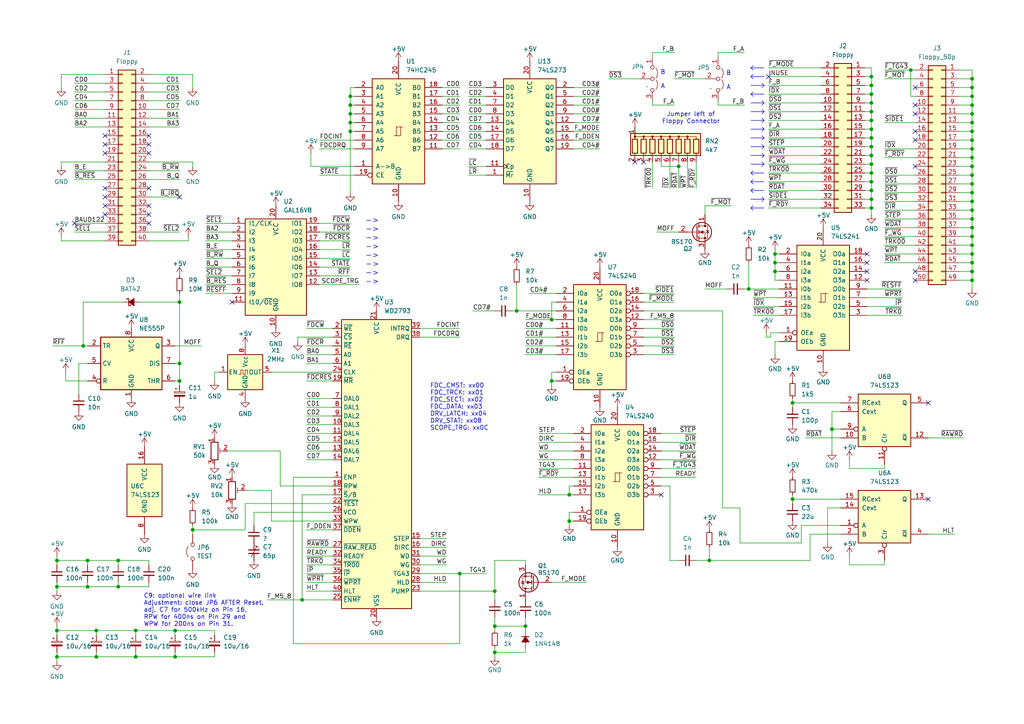
<source format=kicad_sch>
(kicad_sch (version 20231120) (generator "eeschema") (generator_version "8.0")
  (paper "A4")
  (title_block (title "09FLP") (date "2025-02-01") (rev "v1.0") (company "100% Offner") (comment 1 "redraw from kees1948 FLEX and UniFLEX System"))
  (junction (at 143.51 189.23))
  (junction (at 160.02 92.71))
  (junction (at 252.73 57.785))
  (junction (at 281.94 43.18))
  (junction (at 281.94 45.72))
  (junction (at 281.94 55.88))
  (junction (at 252.73 50.165))
  (junction (at 252.73 52.705))
  (junction (at 281.94 66.04))
  (junction (at 281.94 53.34))
  (junction (at 27.94 190.5))
  (junction (at 16.51 190.5))
  (junction (at 101.6 27.94))
  (junction (at 281.94 50.8))
  (junction (at 152.4 181.61))
  (junction (at 52.07 110.49))
  (junction (at 133.35 166.37))
  (junction (at 281.94 35.56))
  (junction (at 101.6 38.1))
  (junction (at 281.94 38.1))
  (junction (at 224.79 73.66))
  (junction (at 252.73 47.625))
  (junction (at 87.63 173.99))
  (junction (at 264.16 20.32))
  (junction (at 196.85 48.26))
  (junction (at 281.94 27.94))
  (junction (at 252.73 42.545))
  (junction (at 224.79 76.2))
  (junction (at 160.02 110.49))
  (junction (at 229.87 116.84))
  (junction (at 205.74 162.56))
  (junction (at 281.94 25.4))
  (junction (at 281.94 76.2))
  (junction (at 16.51 170.18))
  (junction (at 55.88 153.67))
  (junction (at 281.94 63.5))
  (junction (at 281.94 78.74))
  (junction (at 281.94 73.66))
  (junction (at 101.6 30.48))
  (junction (at 252.73 37.465))
  (junction (at 39.37 182.88))
  (junction (at 52.07 87.63))
  (junction (at 52.07 105.41))
  (junction (at 39.37 190.5))
  (junction (at 281.94 81.28))
  (junction (at 143.51 171.45))
  (junction (at 34.29 162.56))
  (junction (at 241.3 124.46))
  (junction (at 281.94 30.48))
  (junction (at 281.94 68.58))
  (junction (at 143.51 181.61))
  (junction (at 252.73 60.325))
  (junction (at 281.94 33.02))
  (junction (at 101.6 33.02))
  (junction (at 281.94 71.12))
  (junction (at 281.94 48.26))
  (junction (at 252.73 29.845))
  (junction (at 224.79 78.74))
  (junction (at 50.8 190.5))
  (junction (at 252.73 45.085))
  (junction (at 34.29 170.18))
  (junction (at 165.1 151.13))
  (junction (at 25.4 162.56))
  (junction (at 252.73 24.765))
  (junction (at 252.73 32.385))
  (junction (at 252.73 22.225))
  (junction (at 281.94 58.42))
  (junction (at 281.94 22.86))
  (junction (at 252.73 27.305))
  (junction (at 229.87 144.78))
  (junction (at 281.94 60.96))
  (junction (at 101.6 35.56))
  (junction (at 281.94 40.64))
  (junction (at 252.73 34.925))
  (junction (at 217.17 83.82))
  (junction (at 149.86 90.17))
  (junction (at 25.4 170.18))
  (junction (at 165.1 143.51))
  (junction (at 50.8 182.88))
  (junction (at 16.51 162.56))
  (junction (at 252.73 55.245))
  (junction (at 16.51 182.88))
  (junction (at 252.73 40.005))
  (junction (at 24.13 100.33))
  (junction (at 27.94 182.88))
  (no_connect (at 30.48 59.69))
  (no_connect (at 251.46 81.28))
  (no_connect (at 265.43 48.26))
  (no_connect (at 269.24 116.84))
  (no_connect (at 43.18 59.69))
  (no_connect (at 30.48 41.91))
  (no_connect (at 265.43 25.4))
  (no_connect (at 251.46 73.66))
  (no_connect (at 265.43 78.74))
  (no_connect (at 43.18 54.61))
  (no_connect (at 43.18 44.45))
  (no_connect (at 251.46 78.74))
  (no_connect (at 269.24 144.78))
  (no_connect (at 43.18 62.23))
  (no_connect (at 184.15 46.99))
  (no_connect (at 265.43 40.64))
  (no_connect (at 251.46 76.2))
  (no_connect (at 222.885 22.225))
  (no_connect (at 30.48 54.61))
  (no_connect (at 30.48 39.37))
  (no_connect (at 43.18 39.37))
  (no_connect (at 21.59 64.77))
  (no_connect (at 67.31 87.63))
  (no_connect (at 186.69 46.99))
  (no_connect (at 30.48 57.15))
  (no_connect (at 191.77 143.51))
  (no_connect (at 265.43 38.1))
  (no_connect (at 30.48 62.23))
  (no_connect (at 265.43 81.28))
  (no_connect (at 52.07 57.15))
  (no_connect (at 265.43 33.02))
  (no_connect (at 43.18 41.91))
  (no_connect (at 43.18 64.77))
  (no_connect (at 30.48 44.45))
  (no_connect (at 265.43 30.48))
  (wire (pts (xy 17.78 69.85) (xy 30.48 69.85)))
  (wire (pts (xy 88.9 105.41) (xy 96.52 105.41)))
  (wire (pts (xy 281.94 66.04) (xy 278.13 66.04)))
  (wire (pts (xy 156.21 125.73) (xy 166.37 125.73)))
  (wire (pts (xy 43.18 36.83) (xy 52.07 36.83)))
  (wire (pts (xy 62.23 189.23) (xy 62.23 190.5)))
  (wire (pts (xy 281.94 45.72) (xy 281.94 48.26)))
  (wire (pts (xy 196.85 162.56) (xy 194.31 162.56)))
  (wire (pts (xy 251.46 86.36) (xy 261.62 86.36)))
  (wire (pts (xy 52.07 110.49) (xy 50.8 110.49)))
  (wire (pts (xy 135.89 50.8) (xy 140.97 50.8)))
  (wire (pts (xy 205.74 158.75) (xy 205.74 162.56)))
  (wire (pts (xy 55.88 153.67) (xy 71.12 153.67)))
  (wire (pts (xy 121.92 161.29) (xy 129.54 161.29)))
  (wire (pts (xy 88.9 102.87) (xy 96.52 102.87)))
  (wire (pts (xy 161.29 87.63) (xy 160.02 87.63)))
  (wire (pts (xy 264.16 27.94) (xy 264.16 20.32)))
  (wire (pts (xy 92.71 74.93) (xy 101.6 74.93)))
  (wire (pts (xy 264.16 20.32) (xy 256.54 20.32)))
  (wire (pts (xy 121.92 168.91) (xy 129.54 168.91)))
  (wire (pts (xy 43.18 170.18) (xy 34.29 170.18)))
  (wire (pts (xy 250.825 19.685) (xy 252.73 19.685)))
  (polyline (pts (xy 221.615 37.465) (xy 217.805 37.465)))
  (wire (pts (xy 252.73 29.845) (xy 252.73 32.385)))
  (wire (pts (xy 16.51 171.45) (xy 16.51 170.18)))
  (wire (pts (xy 78.74 107.95) (xy 96.52 107.95)))
  (wire (pts (xy 43.18 29.21) (xy 52.07 29.21)))
  (wire (pts (xy 215.9 30.48) (xy 208.28 30.48)))
  (wire (pts (xy 35.56 87.63) (xy 24.13 87.63)))
  (wire (pts (xy 281.94 73.66) (xy 278.13 73.66)))
  (wire (pts (xy 34.29 168.91) (xy 34.29 170.18)))
  (wire (pts (xy 143.51 189.23) (xy 143.51 187.96)))
  (wire (pts (xy 149.86 90.17) (xy 161.29 90.17)))
  (wire (pts (xy 212.09 59.69) (xy 204.47 59.69)))
  (wire (pts (xy 186.69 90.17) (xy 209.55 90.17)))
  (wire (pts (xy 15.24 100.33) (xy 24.13 100.33)))
  (wire (pts (xy 59.69 64.77) (xy 67.31 64.77)))
  (wire (pts (xy 201.93 54.61) (xy 201.93 46.99)))
  (wire (pts (xy 224.79 73.66) (xy 224.79 76.2)))
  (polyline (pts (xy 221.615 40.005) (xy 220.98 39.37)))
  (wire (pts (xy 281.94 60.96) (xy 281.94 63.5)))
  (wire (pts (xy 191.77 138.43) (xy 201.93 138.43)))
  (wire (pts (xy 252.73 24.765) (xy 252.73 27.305)))
  (wire (pts (xy 201.93 162.56) (xy 205.74 162.56)))
  (wire (pts (xy 243.84 119.38) (xy 241.3 119.38)))
  (wire (pts (xy 222.25 97.79) (xy 222.25 96.52)))
  (wire (pts (xy 205.74 162.56) (xy 234.95 162.56)))
  (polyline (pts (xy 217.805 22.225) (xy 218.44 22.86)))
  (polyline (pts (xy 221.615 37.465) (xy 220.98 38.1)))
  (wire (pts (xy 43.18 52.07) (xy 52.07 52.07)))
  (wire (pts (xy 152.4 181.61) (xy 143.51 181.61)))
  (wire (pts (xy 152.4 179.07) (xy 152.4 181.61)))
  (wire (pts (xy 43.18 168.91) (xy 43.18 170.18)))
  (wire (pts (xy 85.09 138.43) (xy 96.52 138.43)))
  (wire (pts (xy 281.94 27.94) (xy 281.94 30.48)))
  (wire (pts (xy 243.84 154.94) (xy 234.95 154.94)))
  (wire (pts (xy 241.3 119.38) (xy 241.3 124.46)))
  (wire (pts (xy 195.58 97.79) (xy 186.69 97.79)))
  (wire (pts (xy 224.79 78.74) (xy 226.06 78.74)))
  (wire (pts (xy 281.94 22.86) (xy 281.94 25.4)))
  (wire (pts (xy 252.73 45.085) (xy 252.73 47.625)))
  (wire (pts (xy 92.71 67.31) (xy 101.6 67.31)))
  (wire (pts (xy 88.9 171.45) (xy 96.52 171.45)))
  (wire (pts (xy 166.37 30.48) (xy 173.99 30.48)))
  (wire (pts (xy 281.94 48.26) (xy 278.13 48.26)))
  (wire (pts (xy 59.69 72.39) (xy 67.31 72.39)))
  (wire (pts (xy 252.73 37.465) (xy 252.73 40.005)))
  (wire (pts (xy 234.95 154.94) (xy 234.95 162.56)))
  (wire (pts (xy 191.77 125.73) (xy 201.93 125.73)))
  (wire (pts (xy 252.73 55.245) (xy 252.73 57.785)))
  (wire (pts (xy 21.59 31.75) (xy 30.48 31.75)))
  (wire (pts (xy 281.94 45.72) (xy 278.13 45.72)))
  (wire (pts (xy 165.1 148.59) (xy 165.1 151.13)))
  (wire (pts (xy 238.125 42.545) (xy 222.885 42.545)))
  (wire (pts (xy 252.73 27.305) (xy 252.73 29.845)))
  (wire (pts (xy 217.17 83.82) (xy 217.17 76.2)))
  (wire (pts (xy 265.43 68.58) (xy 256.54 68.58)))
  (wire (pts (xy 88.9 110.49) (xy 96.52 110.49)))
  (wire (pts (xy 166.37 35.56) (xy 173.99 35.56)))
  (wire (pts (xy 166.37 43.18) (xy 173.99 43.18)))
  (wire (pts (xy 281.94 48.26) (xy 281.94 50.8)))
  (polyline (pts (xy 221.615 57.785) (xy 217.805 57.785)))
  (wire (pts (xy 238.125 29.845) (xy 222.885 29.845)))
  (wire (pts (xy 226.06 96.52) (xy 223.52 96.52)))
  (wire (pts (xy 252.73 40.005) (xy 252.73 42.545)))
  (polyline (pts (xy 221.615 47.625) (xy 220.98 48.26)))
  (wire (pts (xy 191.77 130.81) (xy 201.93 130.81)))
  (wire (pts (xy 166.37 40.64) (xy 173.99 40.64)))
  (wire (pts (xy 34.29 162.56) (xy 43.18 162.56)))
  (wire (pts (xy 52.07 85.09) (xy 52.07 87.63)))
  (wire (pts (xy 121.92 97.79) (xy 133.35 97.79)))
  (wire (pts (xy 250.825 24.765) (xy 252.73 24.765)))
  (polyline (pts (xy 217.805 55.245) (xy 218.44 55.88)))
  (polyline (pts (xy 221.615 45.085) (xy 217.805 45.085)))
  (wire (pts (xy 281.94 38.1) (xy 278.13 38.1)))
  (wire (pts (xy 204.47 83.82) (xy 210.82 83.82)))
  (polyline (pts (xy 221.615 32.385) (xy 217.805 32.385)))
  (wire (pts (xy 238.125 19.685) (xy 222.885 19.685)))
  (wire (pts (xy 223.52 96.52) (xy 223.52 97.79)))
  (polyline (pts (xy 217.805 52.705) (xy 221.615 52.705)))
  (wire (pts (xy 238.125 50.165) (xy 222.885 50.165)))
  (wire (pts (xy 281.94 60.96) (xy 278.13 60.96)))
  (wire (pts (xy 214.63 157.48) (xy 214.63 147.32)))
  (wire (pts (xy 224.79 99.06) (xy 226.06 99.06)))
  (wire (pts (xy 250.825 22.225) (xy 252.73 22.225)))
  (wire (pts (xy 281.94 68.58) (xy 281.94 71.12)))
  (wire (pts (xy 281.94 38.1) (xy 281.94 40.64)))
  (wire (pts (xy 279.4 127) (xy 269.24 127)))
  (wire (pts (xy 135.89 48.26) (xy 140.97 48.26)))
  (wire (pts (xy 252.73 22.225) (xy 252.73 24.765)))
  (wire (pts (xy 87.63 143.51) (xy 87.63 173.99)))
  (wire (pts (xy 195.58 95.25) (xy 186.69 95.25)))
  (wire (pts (xy 88.9 100.33) (xy 96.52 100.33)))
  (wire (pts (xy 59.69 69.85) (xy 67.31 69.85)))
  (wire (pts (xy 43.18 31.75) (xy 52.07 31.75)))
  (wire (pts (xy 194.31 162.56) (xy 194.31 140.97)))
  (wire (pts (xy 238.125 52.705) (xy 222.885 52.705)))
  (polyline (pts (xy 217.805 60.325) (xy 218.44 59.69)))
  (wire (pts (xy 160.02 110.49) (xy 161.29 110.49)))
  (wire (pts (xy 199.39 54.61) (xy 199.39 46.99)))
  (polyline (pts (xy 221.615 40.005) (xy 217.805 40.005)))
  (wire (pts (xy 19.05 107.95) (xy 19.05 110.49)))
  (wire (pts (xy 238.125 32.385) (xy 222.885 32.385)))
  (wire (pts (xy 101.6 30.48) (xy 101.6 33.02)))
  (wire (pts (xy 152.4 162.56) (xy 143.51 162.56)))
  (wire (pts (xy 281.94 81.28) (xy 281.94 83.82)))
  (wire (pts (xy 256.54 163.83) (xy 256.54 162.56)))
  (wire (pts (xy 16.51 162.56) (xy 16.51 161.29)))
  (wire (pts (xy 55.88 152.4) (xy 55.88 153.67)))
  (wire (pts (xy 50.8 182.88) (xy 62.23 182.88)))
  (wire (pts (xy 160.02 107.95) (xy 161.29 107.95)))
  (wire (pts (xy 224.79 73.66) (xy 226.06 73.66)))
  (polyline (pts (xy 217.805 60.325) (xy 218.44 60.96)))
  (wire (pts (xy 281.94 20.32) (xy 281.94 22.86)))
  (wire (pts (xy 281.94 55.88) (xy 278.13 55.88)))
  (wire (pts (xy 92.71 80.01) (xy 101.6 80.01)))
  (wire (pts (xy 250.825 52.705) (xy 252.73 52.705)))
  (wire (pts (xy 165.1 140.97) (xy 165.1 143.51)))
  (polyline (pts (xy 221.615 24.765) (xy 220.98 25.4)))
  (wire (pts (xy 88.9 130.81) (xy 96.52 130.81)))
  (wire (pts (xy 86.36 97.79) (xy 96.52 97.79)))
  (wire (pts (xy 252.73 32.385) (xy 252.73 34.925)))
  (wire (pts (xy 238.125 55.245) (xy 222.885 55.245)))
  (wire (pts (xy 62.23 182.88) (xy 62.23 184.15)))
  (wire (pts (xy 50.8 105.41) (xy 52.07 105.41)))
  (wire (pts (xy 281.94 71.12) (xy 278.13 71.12)))
  (wire (pts (xy 250.825 40.005) (xy 252.73 40.005)))
  (wire (pts (xy 265.43 55.88) (xy 256.54 55.88)))
  (wire (pts (xy 148.59 90.17) (xy 149.86 90.17)))
  (wire (pts (xy 66.04 130.81) (xy 81.28 130.81)))
  (wire (pts (xy 21.59 26.67) (xy 30.48 26.67)))
  (wire (pts (xy 265.43 50.8) (xy 256.54 50.8)))
  (wire (pts (xy 27.94 182.88) (xy 39.37 182.88)))
  (wire (pts (xy 209.55 90.17) (xy 209.55 147.32)))
  (wire (pts (xy 229.87 143.51) (xy 229.87 144.78)))
  (wire (pts (xy 101.6 33.02) (xy 102.87 33.02)))
  (wire (pts (xy 135.89 30.48) (xy 140.97 30.48)))
  (wire (pts (xy 43.18 67.31) (xy 52.07 67.31)))
  (wire (pts (xy 204.47 59.69) (xy 204.47 62.23)))
  (wire (pts (xy 101.6 35.56) (xy 102.87 35.56)))
  (wire (pts (xy 92.71 40.64) (xy 102.87 40.64)))
  (wire (pts (xy 189.23 54.61) (xy 189.23 46.99)))
  (wire (pts (xy 281.94 43.18) (xy 281.94 45.72)))
  (wire (pts (xy 166.37 25.4) (xy 173.99 25.4)))
  (wire (pts (xy 281.94 50.8) (xy 278.13 50.8)))
  (wire (pts (xy 88.9 118.11) (xy 96.52 118.11)))
  (wire (pts (xy 238.125 45.085) (xy 222.885 45.085)))
  (wire (pts (xy 21.59 36.83) (xy 30.48 36.83)))
  (wire (pts (xy 281.94 33.02) (xy 278.13 33.02)))
  (polyline (pts (xy 217.805 27.305) (xy 218.44 27.94)))
  (wire (pts (xy 88.9 125.73) (xy 96.52 125.73)))
  (wire (pts (xy 165.1 143.51) (xy 166.37 143.51)))
  (wire (pts (xy 191.77 128.27) (xy 201.93 128.27)))
  (wire (pts (xy 102.87 48.26) (xy 90.17 48.26)))
  (wire (pts (xy 128.27 25.4) (xy 133.35 25.4)))
  (wire (pts (xy 92.71 64.77) (xy 101.6 64.77)))
  (wire (pts (xy 281.94 71.12) (xy 281.94 73.66)))
  (wire (pts (xy 281.94 27.94) (xy 278.13 27.94)))
  (wire (pts (xy 50.8 190.5) (xy 39.37 190.5)))
  (wire (pts (xy 250.825 47.625) (xy 252.73 47.625)))
  (wire (pts (xy 281.94 68.58) (xy 278.13 68.58)))
  (wire (pts (xy 43.18 21.59) (xy 55.88 21.59)))
  (wire (pts (xy 265.43 76.2) (xy 256.54 76.2)))
  (wire (pts (xy 143.51 189.23) (xy 152.4 189.23)))
  (wire (pts (xy 21.59 49.53) (xy 30.48 49.53)))
  (wire (pts (xy 143.51 181.61) (xy 143.51 179.07)))
  (wire (pts (xy 135.89 40.64) (xy 140.97 40.64)))
  (wire (pts (xy 85.09 138.43) (xy 85.09 186.69)))
  (wire (pts (xy 101.6 33.02) (xy 101.6 35.56)))
  (wire (pts (xy 218.44 86.36) (xy 226.06 86.36)))
  (wire (pts (xy 87.63 143.51) (xy 96.52 143.51)))
  (wire (pts (xy 265.43 73.66) (xy 256.54 73.66)))
  (wire (pts (xy 250.825 57.785) (xy 252.73 57.785)))
  (wire (pts (xy 92.71 77.47) (xy 101.6 77.47)))
  (wire (pts (xy 121.92 156.21) (xy 129.54 156.21)))
  (wire (pts (xy 165.1 140.97) (xy 166.37 140.97)))
  (wire (pts (xy 59.69 67.31) (xy 67.31 67.31)))
  (wire (pts (xy 17.78 48.26) (xy 17.78 46.99)))
  (wire (pts (xy 92.71 43.18) (xy 102.87 43.18)))
  (wire (pts (xy 208.28 29.21) (xy 208.28 30.48)))
  (wire (pts (xy 156.21 133.35) (xy 166.37 133.35)))
  (wire (pts (xy 121.92 166.37) (xy 133.35 166.37)))
  (wire (pts (xy 30.48 21.59) (xy 17.78 21.59)))
  (wire (pts (xy 92.71 69.85) (xy 101.6 69.85)))
  (wire (pts (xy 133.35 186.69) (xy 133.35 166.37)))
  (wire (pts (xy 55.88 21.59) (xy 55.88 25.4)))
  (wire (pts (xy 85.09 186.69) (xy 133.35 186.69)))
  (polyline (pts (xy 221.615 42.545) (xy 220.98 43.18)))
  (polyline (pts (xy 221.615 32.385) (xy 220.98 33.02)))
  (wire (pts (xy 250.825 37.465) (xy 252.73 37.465)))
  (wire (pts (xy 17.78 68.58) (xy 17.78 69.85)))
  (polyline (pts (xy 221.615 37.465) (xy 220.98 36.83)))
  (wire (pts (xy 24.13 100.33) (xy 25.4 100.33)))
  (wire (pts (xy 265.43 66.04) (xy 256.54 66.04)))
  (wire (pts (xy 143.51 171.45) (xy 143.51 173.99)))
  (wire (pts (xy 246.38 163.83) (xy 256.54 163.83)))
  (wire (pts (xy 281.94 40.64) (xy 278.13 40.64)))
  (wire (pts (xy 232.41 157.48) (xy 214.63 157.48)))
  (wire (pts (xy 160.02 110.49) (xy 160.02 107.95)))
  (wire (pts (xy 88.9 120.65) (xy 96.52 120.65)))
  (wire (pts (xy 233.68 127) (xy 243.84 127)))
  (wire (pts (xy 252.73 50.165) (xy 252.73 52.705)))
  (wire (pts (xy 224.79 72.39) (xy 224.79 73.66)))
  (wire (pts (xy 224.79 99.06) (xy 224.79 102.87)))
  (wire (pts (xy 209.55 147.32) (xy 214.63 147.32)))
  (wire (pts (xy 88.9 95.25) (xy 96.52 95.25)))
  (wire (pts (xy 265.43 27.94) (xy 264.16 27.94)))
  (polyline (pts (xy 221.615 57.785) (xy 220.98 58.42)))
  (wire (pts (xy 217.17 83.82) (xy 226.06 83.82)))
  (wire (pts (xy 160.02 87.63) (xy 160.02 92.71)))
  (wire (pts (xy 281.94 66.04) (xy 281.94 68.58)))
  (wire (pts (xy 121.92 158.75) (xy 129.54 158.75)))
  (wire (pts (xy 88.9 115.57) (xy 96.52 115.57)))
  (wire (pts (xy 265.43 63.5) (xy 256.54 63.5)))
  (wire (pts (xy 241.3 124.46) (xy 241.3 130.81)))
  (wire (pts (xy 281.94 81.28) (xy 278.13 81.28)))
  (polyline (pts (xy 217.805 19.685) (xy 221.615 19.685)))
  (wire (pts (xy 281.94 35.56) (xy 278.13 35.56)))
  (wire (pts (xy 160.02 92.71) (xy 152.4 92.71)))
  (wire (pts (xy 189.23 16.51) (xy 189.23 15.24)))
  (wire (pts (xy 281.94 63.5) (xy 281.94 66.04)))
  (wire (pts (xy 252.73 34.925) (xy 252.73 37.465)))
  (wire (pts (xy 191.77 135.89) (xy 201.93 135.89)))
  (wire (pts (xy 194.31 54.61) (xy 194.31 46.99)))
  (wire (pts (xy 101.6 27.94) (xy 102.87 27.94)))
  (wire (pts (xy 152.4 182.88) (xy 152.4 181.61)))
  (polyline (pts (xy 221.615 45.085) (xy 220.98 44.45)))
  (wire (pts (xy 281.94 33.02) (xy 281.94 35.56)))
  (wire (pts (xy 196.85 48.26) (xy 196.85 46.99)))
  (wire (pts (xy 281.94 53.34) (xy 281.94 55.88)))
  (wire (pts (xy 143.51 190.5) (xy 143.51 189.23)))
  (wire (pts (xy 195.58 100.33) (xy 186.69 100.33)))
  (wire (pts (xy 22.86 105.41) (xy 25.4 105.41)))
  (wire (pts (xy 265.43 53.34) (xy 256.54 53.34)))
  (wire (pts (xy 25.4 162.56) (xy 34.29 162.56)))
  (wire (pts (xy 50.8 182.88) (xy 50.8 184.15)))
  (wire (pts (xy 128.27 43.18) (xy 133.35 43.18)))
  (wire (pts (xy 25.4 168.91) (xy 25.4 170.18)))
  (wire (pts (xy 281.94 50.8) (xy 281.94 53.34)))
  (polyline (pts (xy 221.615 57.785) (xy 220.98 57.15)))
  (wire (pts (xy 25.4 110.49) (xy 19.05 110.49)))
  (wire (pts (xy 238.125 47.625) (xy 222.885 47.625)))
  (polyline (pts (xy 221.615 42.545) (xy 217.805 42.545)))
  (wire (pts (xy 88.9 153.67) (xy 96.52 153.67)))
  (wire (pts (xy 73.66 148.59) (xy 96.52 148.59)))
  (wire (pts (xy 59.69 80.01) (xy 67.31 80.01)))
  (wire (pts (xy 39.37 182.88) (xy 39.37 184.15)))
  (wire (pts (xy 63.5 107.95) (xy 62.23 107.95)))
  (wire (pts (xy 135.89 25.4) (xy 140.97 25.4)))
  (wire (pts (xy 281.94 76.2) (xy 278.13 76.2)))
  (wire (pts (xy 135.89 43.18) (xy 140.97 43.18)))
  (polyline (pts (xy 217.805 52.705) (xy 218.44 52.07)))
  (wire (pts (xy 276.86 154.94) (xy 269.24 154.94)))
  (wire (pts (xy 92.71 82.55) (xy 104.14 82.55)))
  (wire (pts (xy 161.29 85.09) (xy 153.67 85.09)))
  (wire (pts (xy 252.73 47.625) (xy 252.73 50.165)))
  (polyline (pts (xy 221.615 29.845) (xy 220.98 30.48)))
  (wire (pts (xy 59.69 82.55) (xy 67.31 82.55)))
  (wire (pts (xy 196.85 54.61) (xy 196.85 48.26)))
  (polyline (pts (xy 217.805 27.305) (xy 218.44 26.67)))
  (wire (pts (xy 92.71 50.8) (xy 102.87 50.8)))
  (wire (pts (xy 166.37 33.02) (xy 173.99 33.02)))
  (wire (pts (xy 156.21 128.27) (xy 166.37 128.27)))
  (wire (pts (xy 16.51 182.88) (xy 16.51 181.61)))
  (wire (pts (xy 121.92 163.83) (xy 129.54 163.83)))
  (wire (pts (xy 135.89 38.1) (xy 140.97 38.1)))
  (wire (pts (xy 21.59 24.13) (xy 30.48 24.13)))
  (wire (pts (xy 229.87 144.78) (xy 229.87 146.05)))
  (wire (pts (xy 21.59 67.31) (xy 30.48 67.31)))
  (wire (pts (xy 191.77 140.97) (xy 194.31 140.97)))
  (polyline (pts (xy 221.615 29.845) (xy 217.805 29.845)))
  (wire (pts (xy 88.9 133.35) (xy 96.52 133.35)))
  (wire (pts (xy 39.37 190.5) (xy 27.94 190.5)))
  (wire (pts (xy 229.87 116.84) (xy 243.84 116.84)))
  (wire (pts (xy 101.6 27.94) (xy 101.6 30.48)))
  (wire (pts (xy 238.125 60.325) (xy 222.885 60.325)))
  (wire (pts (xy 238.125 27.305) (xy 222.885 27.305)))
  (polyline (pts (xy 221.615 34.925) (xy 220.98 35.56)))
  (wire (pts (xy 43.18 49.53) (xy 52.07 49.53)))
  (wire (pts (xy 250.825 29.845) (xy 252.73 29.845)))
  (wire (pts (xy 243.84 152.4) (xy 232.41 152.4)))
  (wire (pts (xy 185.42 22.86) (xy 176.53 22.86)))
  (wire (pts (xy 281.94 40.64) (xy 281.94 43.18)))
  (wire (pts (xy 161.29 97.79) (xy 152.4 97.79)))
  (polyline (pts (xy 221.615 29.845) (xy 220.98 29.21)))
  (wire (pts (xy 165.1 151.13) (xy 165.1 152.4)))
  (wire (pts (xy 40.64 87.63) (xy 52.07 87.63)))
  (wire (pts (xy 195.58 92.71) (xy 186.69 92.71)))
  (wire (pts (xy 246.38 133.35) (xy 246.38 135.89)))
  (wire (pts (xy 246.38 161.29) (xy 246.38 163.83)))
  (wire (pts (xy 21.59 34.29) (xy 30.48 34.29)))
  (wire (pts (xy 250.825 55.245) (xy 252.73 55.245)))
  (polyline (pts (xy 221.615 34.925) (xy 217.805 34.925)))
  (wire (pts (xy 59.69 85.09) (xy 67.31 85.09)))
  (wire (pts (xy 25.4 162.56) (xy 25.4 163.83)))
  (wire (pts (xy 281.94 25.4) (xy 281.94 27.94)))
  (wire (pts (xy 281.94 30.48) (xy 281.94 33.02)))
  (wire (pts (xy 215.9 15.24) (xy 208.28 15.24)))
  (wire (pts (xy 165.1 151.13) (xy 166.37 151.13)))
  (wire (pts (xy 21.59 52.07) (xy 30.48 52.07)))
  (polyline (pts (xy 221.615 45.085) (xy 220.98 45.72)))
  (wire (pts (xy 243.84 124.46) (xy 241.3 124.46)))
  (wire (pts (xy 246.38 135.89) (xy 256.54 135.89)))
  (wire (pts (xy 55.88 48.26) (xy 55.88 46.99)))
  (wire (pts (xy 195.58 85.09) (xy 186.69 85.09)))
  (wire (pts (xy 71.12 153.67) (xy 71.12 146.05)))
  (wire (pts (xy 232.41 152.4) (xy 232.41 157.48)))
  (wire (pts (xy 16.51 163.83) (xy 16.51 162.56)))
  (wire (pts (xy 101.6 35.56) (xy 101.6 38.1)))
  (wire (pts (xy 281.94 58.42) (xy 281.94 60.96)))
  (wire (pts (xy 251.46 91.44) (xy 261.62 91.44)))
  (wire (pts (xy 281.94 58.42) (xy 278.13 58.42)))
  (wire (pts (xy 265.43 20.32) (xy 264.16 20.32)))
  (wire (pts (xy 71.12 146.05) (xy 96.52 146.05)))
  (wire (pts (xy 281.94 25.4) (xy 278.13 25.4)))
  (wire (pts (xy 265.43 60.96) (xy 256.54 60.96)))
  (wire (pts (xy 195.58 102.87) (xy 186.69 102.87)))
  (wire (pts (xy 265.43 22.86) (xy 256.54 22.86)))
  (wire (pts (xy 27.94 189.23) (xy 27.94 190.5)))
  (wire (pts (xy 250.825 27.305) (xy 252.73 27.305)))
  (wire (pts (xy 16.51 191.77) (xy 16.51 190.5)))
  (wire (pts (xy 43.18 26.67) (xy 52.07 26.67)))
  (wire (pts (xy 152.4 163.83) (xy 152.4 162.56)))
  (wire (pts (xy 215.9 83.82) (xy 217.17 83.82)))
  (wire (pts (xy 238.125 40.005) (xy 222.885 40.005)))
  (wire (pts (xy 250.825 50.165) (xy 252.73 50.165)))
  (wire (pts (xy 90.17 44.45) (xy 90.17 48.26)))
  (wire (pts (xy 73.66 148.59) (xy 73.66 152.4)))
  (polyline (pts (xy 217.805 50.165) (xy 218.44 50.8)))
  (wire (pts (xy 128.27 30.48) (xy 133.35 30.48)))
  (wire (pts (xy 281.94 30.48) (xy 278.13 30.48)))
  (wire (pts (xy 223.52 97.79) (xy 222.25 97.79)))
  (wire (pts (xy 229.87 116.84) (xy 229.87 118.11)))
  (wire (pts (xy 160.02 168.91) (xy 170.18 168.91)))
  (polyline (pts (xy 217.805 55.245) (xy 218.44 54.61)))
  (wire (pts (xy 92.71 72.39) (xy 101.6 72.39)))
  (wire (pts (xy 156.21 135.89) (xy 166.37 135.89)))
  (wire (pts (xy 265.43 58.42) (xy 256.54 58.42)))
  (polyline (pts (xy 221.615 40.005) (xy 220.98 40.64)))
  (wire (pts (xy 251.46 88.9) (xy 261.62 88.9)))
  (wire (pts (xy 58.42 100.33) (xy 50.8 100.33)))
  (wire (pts (xy 265.43 43.18) (xy 256.54 43.18)))
  (polyline (pts (xy 217.805 52.705) (xy 218.44 53.34)))
  (wire (pts (xy 218.44 91.44) (xy 226.06 91.44)))
  (wire (pts (xy 281.94 55.88) (xy 281.94 58.42)))
  (wire (pts (xy 128.27 40.64) (xy 133.35 40.64)))
  (wire (pts (xy 88.9 123.19) (xy 96.52 123.19)))
  (polyline (pts (xy 221.615 34.925) (xy 220.98 34.29)))
  (wire (pts (xy 88.9 163.83) (xy 96.52 163.83)))
  (wire (pts (xy 135.89 33.02) (xy 140.97 33.02)))
  (polyline (pts (xy 221.615 47.625) (xy 217.805 47.625)))
  (wire (pts (xy 121.92 171.45) (xy 143.51 171.45)))
  (wire (pts (xy 238.125 22.225) (xy 222.885 22.225)))
  (wire (pts (xy 21.59 29.21) (xy 30.48 29.21)))
  (wire (pts (xy 252.73 52.705) (xy 252.73 55.245)))
  (polyline (pts (xy 217.805 60.325) (xy 221.615 60.325)))
  (wire (pts (xy 16.51 170.18) (xy 16.51 168.91)))
  (wire (pts (xy 34.29 170.18) (xy 25.4 170.18)))
  (wire (pts (xy 43.18 24.13) (xy 52.07 24.13)))
  (wire (pts (xy 195.58 30.48) (xy 189.23 30.48)))
  (wire (pts (xy 224.79 76.2) (xy 226.06 76.2)))
  (wire (pts (xy 281.94 53.34) (xy 278.13 53.34)))
  (wire (pts (xy 101.6 30.48) (xy 102.87 30.48)))
  (polyline (pts (xy 217.805 22.225) (xy 221.615 22.225)))
  (wire (pts (xy 251.46 83.82) (xy 261.62 83.82)))
  (polyline (pts (xy 221.615 24.765) (xy 217.805 24.765)))
  (wire (pts (xy 102.87 25.4) (xy 101.6 25.4)))
  (wire (pts (xy 121.92 95.25) (xy 133.35 95.25)))
  (wire (pts (xy 43.18 57.15) (xy 52.07 57.15)))
  (wire (pts (xy 135.89 27.94) (xy 140.97 27.94)))
  (wire (pts (xy 21.59 64.77) (xy 30.48 64.77)))
  (wire (pts (xy 243.84 147.32) (xy 240.03 147.32)))
  (wire (pts (xy 281.94 73.66) (xy 281.94 76.2)))
  (wire (pts (xy 52.07 87.63) (xy 52.07 105.41)))
  (wire (pts (xy 27.94 190.5) (xy 16.51 190.5)))
  (wire (pts (xy 128.27 38.1) (xy 133.35 38.1)))
  (wire (pts (xy 191.77 133.35) (xy 201.93 133.35)))
  (wire (pts (xy 189.23 29.21) (xy 189.23 30.48)))
  (wire (pts (xy 224.79 76.2) (xy 224.79 78.74)))
  (polyline (pts (xy 217.805 22.225) (xy 218.44 21.59)))
  (wire (pts (xy 128.27 35.56) (xy 133.35 35.56)))
  (wire (pts (xy 16.51 182.88) (xy 27.94 182.88)))
  (wire (pts (xy 25.4 170.18) (xy 16.51 170.18)))
  (polyline (pts (xy 221.615 24.765) (xy 220.98 24.13)))
  (wire (pts (xy 240.03 147.32) (xy 240.03 157.48)))
  (wire (pts (xy 43.18 46.99) (xy 55.88 46.99)))
  (wire (pts (xy 133.35 166.37) (xy 140.97 166.37)))
  (wire (pts (xy 62.23 190.5) (xy 50.8 190.5)))
  (wire (pts (xy 195.58 87.63) (xy 186.69 87.63)))
  (wire (pts (xy 156.21 143.51) (xy 165.1 143.51)))
  (wire (pts (xy 229.87 115.57) (xy 229.87 116.84)))
  (wire (pts (xy 39.37 189.23) (xy 39.37 190.5)))
  (wire (pts (xy 224.79 81.28) (xy 226.06 81.28)))
  (wire (pts (xy 252.73 19.685) (xy 252.73 22.225)))
  (wire (pts (xy 88.9 168.91) (xy 96.52 168.91)))
  (polyline (pts (xy 217.805 19.685) (xy 218.44 20.32)))
  (wire (pts (xy 250.825 32.385) (xy 252.73 32.385)))
  (wire (pts (xy 161.29 100.33) (xy 152.4 100.33)))
  (wire (pts (xy 250.825 60.325) (xy 252.73 60.325)))
  (wire (pts (xy 34.29 162.56) (xy 34.29 163.83)))
  (wire (pts (xy 27.94 182.88) (xy 27.94 184.15)))
  (wire (pts (xy 281.94 35.56) (xy 281.94 38.1)))
  (wire (pts (xy 252.73 57.785) (xy 252.73 60.325)))
  (polyline (pts (xy 217.805 55.245) (xy 221.615 55.245)))
  (wire (pts (xy 161.29 95.25) (xy 152.4 95.25)))
  (wire (pts (xy 87.63 173.99) (xy 96.52 173.99)))
  (wire (pts (xy 161.29 102.87) (xy 152.4 102.87)))
  (wire (pts (xy 208.28 16.51) (xy 208.28 15.24)))
  (wire (pts (xy 256.54 135.89) (xy 256.54 134.62)))
  (wire (pts (xy 265.43 35.56) (xy 256.54 35.56)))
  (wire (pts (xy 252.73 60.325) (xy 252.73 62.23)))
  (wire (pts (xy 88.9 158.75) (xy 96.52 158.75)))
  (wire (pts (xy 281.94 76.2) (xy 281.94 78.74)))
  (wire (pts (xy 250.825 34.925) (xy 252.73 34.925)))
  (wire (pts (xy 238.125 57.785) (xy 222.885 57.785)))
  (wire (pts (xy 191.77 48.26) (xy 191.77 46.99)))
  (wire (pts (xy 78.74 142.24) (xy 71.12 142.24)))
  (wire (pts (xy 281.94 20.32) (xy 278.13 20.32)))
  (wire (pts (xy 101.6 38.1) (xy 101.6 55.88)))
  (wire (pts (xy 54.61 68.58) (xy 54.61 69.85)))
  (polyline (pts (xy 221.615 42.545) (xy 220.98 41.91)))
  (wire (pts (xy 160.02 111.76) (xy 160.02 110.49)))
  (wire (pts (xy 143.51 162.56) (xy 143.51 171.45)))
  (wire (pts (xy 88.9 161.29) (xy 96.52 161.29)))
  (wire (pts (xy 238.125 37.465) (xy 222.885 37.465)))
  (wire (pts (xy 218.44 88.9) (xy 226.06 88.9)))
  (wire (pts (xy 137.16 90.17) (xy 143.51 90.17)))
  (wire (pts (xy 101.6 25.4) (xy 101.6 27.94)))
  (wire (pts (xy 59.69 74.93) (xy 67.31 74.93)))
  (wire (pts (xy 265.43 45.72) (xy 256.54 45.72)))
  (wire (pts (xy 78.74 151.13) (xy 96.52 151.13)))
  (wire (pts (xy 16.51 184.15) (xy 16.51 182.88)))
  (wire (pts (xy 39.37 182.88) (xy 50.8 182.88)))
  (wire (pts (xy 16.51 162.56) (xy 25.4 162.56)))
  (wire (pts (xy 281.94 63.5) (xy 278.13 63.5)))
  (wire (pts (xy 143.51 182.88) (xy 143.51 181.61)))
  (wire (pts (xy 43.18 162.56) (xy 43.18 163.83)))
  (wire (pts (xy 191.77 48.26) (xy 196.85 48.26)))
  (wire (pts (xy 156.21 130.81) (xy 166.37 130.81)))
  (wire (pts (xy 190.5 67.31) (xy 196.85 67.31)))
  (wire (pts (xy 204.47 22.86) (xy 195.58 22.86)))
  (wire (pts (xy 156.21 138.43) (xy 166.37 138.43)))
  (wire (pts (xy 161.29 92.71) (xy 160.02 92.71)))
  (wire (pts (xy 86.36 97.79) (xy 86.36 99.06)))
  (polyline (pts (xy 221.615 32.385) (xy 220.98 31.75)))
  (wire (pts (xy 50.8 189.23) (xy 50.8 190.5)))
  (polyline (pts (xy 217.805 27.305) (xy 221.615 27.305)))
  (wire (pts (xy 55.88 153.67) (xy 55.88 154.94)))
  (wire (pts (xy 43.18 34.29) (xy 52.07 34.29)))
  (wire (pts (xy 135.89 35.56) (xy 140.97 35.56)))
  (wire (pts (xy 166.37 27.94) (xy 173.99 27.94)))
  (polyline (pts (xy 217.805 50.165) (xy 218.44 49.53)))
  (wire (pts (xy 88.9 128.27) (xy 96.52 128.27)))
  (polyline (pts (xy 217.805 50.165) (xy 221.615 50.165)))
  (wire (pts (xy 229.87 144.78) (xy 243.84 144.78)))
  (wire (pts (xy 252.73 42.545) (xy 252.73 45.085)))
  (wire (pts (xy 250.825 45.085) (xy 252.73 45.085)))
  (wire (pts (xy 52.07 110.49) (xy 52.07 111.76)))
  (wire (pts (xy 24.13 87.63) (xy 24.13 100.33)))
  (wire (pts (xy 88.9 166.37) (xy 96.52 166.37)))
  (wire (pts (xy 281.94 22.86) (xy 278.13 22.86)))
  (wire (pts (xy 101.6 38.1) (xy 102.87 38.1)))
  (wire (pts (xy 149.86 90.17) (xy 149.86 82.55)))
  (wire (pts (xy 166.37 38.1) (xy 173.99 38.1)))
  (wire (pts (xy 265.43 71.12) (xy 256.54 71.12)))
  (wire (pts (xy 17.78 21.59) (xy 17.78 25.4)))
  (polyline (pts (xy 217.805 19.685) (xy 218.44 19.05)))
  (wire (pts (xy 59.69 77.47) (xy 67.31 77.47)))
  (wire (pts (xy 250.825 42.545) (xy 252.73 42.545)))
  (wire (pts (xy 52.07 105.41) (xy 52.07 110.49)))
  (wire (pts (xy 22.86 114.3) (xy 22.86 105.41)))
  (wire (pts (xy 195.58 15.24) (xy 189.23 15.24)))
  (wire (pts (xy 43.18 69.85) (xy 54.61 69.85)))
  (wire (pts (xy 128.27 27.94) (xy 133.35 27.94)))
  (wire (pts (xy 238.125 24.765) (xy 222.885 24.765)))
  (wire (pts (xy 238.125 34.925) (xy 222.885 34.925)))
  (polyline (pts (xy 221.615 47.625) (xy 220.98 46.99)))
  (wire (pts (xy 81.28 140.97) (xy 81.28 130.81)))
  (wire (pts (xy 166.37 148.59) (xy 165.1 148.59)))
  (wire (pts (xy 77.47 173.99) (xy 87.63 173.99)))
  (wire (pts (xy 224.79 78.74) (xy 224.79 81.28)))
  (wire (pts (xy 17.78 46.99) (xy 30.48 46.99)))
  (wire (pts (xy 281.94 78.74) (xy 278.13 78.74)))
  (wire (pts (xy 152.4 189.23) (xy 152.4 187.96)))
  (wire (pts (xy 281.94 78.74) (xy 281.94 81.28)))
  (wire (pts (xy 78.74 151.13) (xy 78.74 142.24)))
  (wire (pts (xy 128.27 33.02) (xy 133.35 33.02)))
  (wire (pts (xy 281.94 43.18) (xy 278.13 43.18)))
  (wire (pts (xy 16.51 190.5) (xy 16.51 189.23)))
  (wire (pts (xy 62.23 107.95) (xy 62.23 110.49)))
  (wire (pts (xy 81.28 140.97) (xy 96.52 140.97)))
  (text "Jumper left of\nFloppy Connector" (at 200.406 34.29 0) (effects (font (size 1.27 1.27))))
  (text "->\n->\n->\n->\n->\n->\n->\n->\n" (at 107.95 72.898 0) (effects (font (size 1.5748 1.5748))))
  (text "B\n\nA\n" (at 211.328 23.368 0) (effects (font (size 1.27 1.27))))
  (text "C9: optional wire link\nAdjustment: close JP6 AFTER Reset.\nadj. C7 for 500kHz on Pin 16,\nRPW for 400ns on Pin 29 and\nWPW for 200ns on Pin 31." (at 41.656 177.038 0) (effects (font (size 1.27 1.27)) (justify left)))
  (text "FDC_CMST: xx00\nFDC_TRCK: xx01\nFDC_SECT: xx02\nFDC_DATA: xx03\nDRV_LATCH: xx04\nDRV_STAT: xx08\nSCOPE_TRG: xx0C" (at 124.714 118.11 0) (effects (font (size 1.27 1.27)) (justify left)))
  (text "B\n\nA\n" (at 192.278 23.114 0) (effects (font (size 1.27 1.27))))
  (label "WD" (at 129.54 161.29 180))
  (label "BA0" (at 21.59 34.29 0))
  (label "READY" (at 88.9 161.29 0))
  (label "CD7#" (at 137.16 90.17 0))
  (label "~{DS1}" (at 195.58 97.79 180))
  (label "~{DIR}" (at 256.54 60.96 0))
  (label "CD3" (at 52.07 26.67 180))
  (label "HLD" (at 156.21 143.51 0))
  (label "CD2#" (at 173.99 27.94 180))
  (label "~{FDCRES}" (at 88.9 110.49 0))
  (label "CD3" (at 133.35 33.02 180))
  (label "~{SIDE1}" (at 256.54 35.56 0))
  (label "BA1" (at 88.9 105.41 0))
  (label "CD0" (at 133.35 25.4 180))
  (label "~{F_MOT}" (at 212.09 59.69 180))
  (label "F_MODE" (at 170.18 168.91 180))
  (label "CD3" (at 135.89 25.4 0))
  (label "~{WPT}" (at 218.44 86.36 0))
  (label "~{DIR}" (at 222.885 40.005 0))
  (label "~{F_RDY}" (at 222.885 60.325 0))
  (label "CD3" (at 88.9 123.19 0))
  (label "BA0" (at 88.9 102.87 0))
  (label "CD1" (at 135.89 30.48 0))
  (label "~{DS0}" (at 222.885 29.845 0))
  (label "FDCDRQ" (at 133.35 97.79 180))
  (label "~{IDX}" (at 194.31 54.61 90))
  (label "B_Q" (at 59.69 77.47 0))
  (label "~{LR}" (at 101.6 72.39 180))
  (label "F_A" (at 215.9 15.24 180))
  (label "F_B" (at 195.58 15.24 180))
  (label "~{DIR}" (at 201.93 128.27 180))
  (label "CD5" (at 133.35 38.1 180))
  (label "~{IDX}" (at 218.44 88.9 0))
  (label "~{B_RES}" (at 21.59 52.07 0))
  (label "~{WPRT}" (at 88.9 168.91 0))
  (label "WD" (at 156.21 130.81 0))
  (label "F_A" (at 222.885 37.465 0))
  (label "BA3" (at 52.07 36.83 180))
  (label "~{WDAT}" (at 201.93 130.81 180))
  (label "CD4" (at 135.89 43.18 0))
  (label "F_MODE" (at 152.4 92.71 0))
  (label "~{WPRT}" (at 261.62 86.36 180))
  (label "~{F_MOT}" (at 256.54 22.86 0))
  (label "CD1#" (at 173.99 30.48 180))
  (label "CD2" (at 135.89 27.94 0))
  (label "~{SEL2}" (at 52.07 67.31 180))
  (label "~{DS2}" (at 195.58 100.33 180))
  (label "HLT" (at 276.86 154.94 180))
  (label "~{DS3}" (at 256.54 58.42 0))
  (label "~{TRK0}" (at 261.62 91.44 180))
  (label "~{FDCR}" (at 88.9 100.33 0))
  (label "~{RDAT}" (at 196.85 54.61 90))
  (label "CD4#" (at 173.99 43.18 180))
  (label "~{SIDE1}" (at 222.885 57.785 0))
  (label "~{WPT}" (at 222.885 52.705 0))
  (label "~{RFF}" (at 101.6 80.01 180))
  (label "CD1" (at 52.07 24.13 180))
  (label "CD3#" (at 152.4 102.87 0))
  (label "~{SEL2}" (at 59.69 80.01 0))
  (label "F_M5_8" (at 77.47 173.99 0))
  (label "B_E" (at 59.69 72.39 0))
  (label "~{B_IRQ}" (at 52.07 57.15 180))
  (label "CD7#" (at 173.99 35.56 180))
  (label "CD5" (at 88.9 128.27 0))
  (label "CD2" (at 21.59 26.67 0))
  (label "CD7" (at 135.89 35.56 0))
  (label "~{LC}" (at 135.89 48.26 0))
  (label "~{LR}" (at 135.89 50.8 0))
  (label "~{SIDE1}" (at 195.58 85.09 180))
  (label "~{TRK00}" (at 189.23 54.61 90))
  (label "TG43" (at 156.21 135.89 0))
  (label "~{DS3}" (at 195.58 102.87 180))
  (label "CD1" (at 133.35 27.94 180))
  (label "~{B_RW}" (at 52.07 49.53 180))
  (label "~{IP}" (at 88.9 166.37 0))
  (label "FDCDRQ" (at 92.71 43.18 0))
  (label "F_A" (at 195.58 30.48 180))
  (label "~{F_WG}" (at 201.93 133.35 180))
  (label "~{RDAT}" (at 256.54 76.2 0))
  (label "STEP" (at 129.54 156.21 180))
  (label "~{STEP}" (at 256.54 63.5 0))
  (label "~{F_MODE}" (at 195.58 87.63 180))
  (label "~{FDCW}" (at 101.6 64.77 180))
  (label "~{DS2}" (at 222.885 34.925 0))
  (label "~{STATE}" (at 101.6 77.47 180))
  (label "~{F_TG43}" (at 256.54 20.32 0))
  (label "~{STEP}" (at 201.93 125.73 180))
  (label "~{TRK0}" (at 88.9 163.83 0))
  (label "~{STEP}" (at 222.885 42.545 0))
  (label "~{RESFF}" (at 261.62 83.82 180))
  (label "BA2" (at 59.69 67.31 0))
  (label "~{TRK00}" (at 222.885 50.165 0))
  (label "~{F_MODE}" (at 222.885 19.685 0))
  (label "CD1#" (at 152.4 97.79 0))
  (label "CD4" (at 21.59 29.21 0))
  (label "CD0" (at 88.9 115.57 0))
  (label "~{DS0}" (at 195.58 95.25 180))
  (label "~{WPT}" (at 199.39 54.61 90))
  (label "~{WPT}" (at 256.54 73.66 0))
  (label "READY" (at 201.93 138.43 180))
  (label "CD5" (at 135.89 40.64 0))
  (label "~{DS1}" (at 222.885 32.385 0))
  (label "~{FDCW}" (at 88.9 95.25 0))
  (label "~{RDAT}" (at 233.68 127 0))
  (label "~{RAWRD}" (at 88.9 158.75 0))
  (label "CD5" (at 52.07 29.21 180))
  (label "CD7" (at 133.35 43.18 180))
  (label "MOFF" (at 190.5 67.31 0))
  (label "~{DS1}" (at 256.54 53.34 0))
  (label "CD6" (at 133.35 40.64 180))
  (label "~{F_MOT}" (at 195.58 22.86 0))
  (label "~{DS0}" (at 256.54 50.8 0))
  (label "~{STATE}" (at 92.71 50.8 0))
  (label "HLD" (at 129.54 168.91 180))
  (label "BAUD122" (at 21.59 64.77 0))
  (label "F_MODE" (at 173.99 38.1 180))
  (label "CD2" (at 88.9 120.65 0))
  (label "FDCINT" (at 133.35 95.25 180))
  (label "DIRC" (at 156.21 128.27 0))
  (label "CD0" (at 135.89 33.02 0))
  (label "CD3#" (at 173.99 25.4 180))
  (label "~{TRK00}" (at 256.54 71.12 0))
  (label "CD6" (at 21.59 31.75 0))
  (label "F_DDEN" (at 173.99 40.64 180))
  (label "~{RFF}" (at 15.24 100.33 0))
  (label "CD2#" (at 152.4 100.33 0))
  (label "INUSE" (at 222.885 22.225 0))
  (label "CD1" (at 88.9 118.11 0))
  (label "MOFF" (at 204.47 83.82 0))
  (label "~{B_RES}" (at 59.69 82.55 0))
  (label "~{FDCR}" (at 101.6 67.31 180))
  (label "BA3" (at 59.69 69.85 0))
  (label "~{RESFF}" (at 59.69 85.09 0))
  (label "CD7" (at 88.9 133.35 0))
  (label "~{SEL1}" (at 21.59 67.31 0))
  (label "F_B" (at 215.9 30.48 180))
  (label "~{DS3}" (at 176.53 22.86 0))
  (label "BA1" (at 52.07 34.29 180))
  (label "CD6" (at 88.9 130.81 0))
  (label "~{F_RDY}" (at 156.21 138.43 0))
  (label "MOFF" (at 58.42 100.33 180))
  (label "~{B_RW}" (at 59.69 74.93 0))
  (label "~{DS2}" (at 256.54 55.88 0))
  (label "BA2" (at 21.59 36.83 0))
  (label "~{IP}" (at 261.62 88.9 180))
  (label "F_DDEN" (at 88.9 153.67 0))
  (label "~{FDCRES}" (at 101.6 69.85 180))
  (label "CD0#" (at 173.99 33.02 180))
  (label "~{SEL1}" (at 59.69 64.77 0))
  (label "CD4" (at 133.35 35.56 180))
  (label "CD0" (at 21.59 24.13 0))
  (label "CD6" (at 135.89 38.1 0))
  (label "B_Q" (at 52.07 52.07 180))
  (label "CD0#" (at 152.4 95.25 0))
  (label "SCOPE_TRG" (at 104.14 82.55 180))
  (label "F_M5_8" (at 195.58 92.71 180))
  (label "CD2" (at 133.35 30.48 180))
  (label "~{F_WG}" (at 222.885 47.625 0))
  (label "STEP" (at 156.21 125.73 0))
  (label "CD7" (at 52.07 31.75 180))
  (label "~{RDAT}" (at 222.885 55.245 0))
  (label "WG" (at 129.54 163.83 180))
  (label "CD4" (at 88.9 125.73 0))
  (label "~{IDX}" (at 222.885 27.305 0))
  (label "~{RAWRD}" (at 279.4 127 180))
  (label "FDCINT" (at 92.71 40.64 0))
  (label "HLT" (at 88.9 171.45 0))
  (label "~{LC}" (at 101.6 74.93 180))
  (label "~{F_TG43}" (at 201.93 135.89 180))
  (label "~{F_WG}" (at 256.54 68.58 0))
  (label "DIRC" (at 129.54 158.75 180))
  (label "~{F_RDY}" (at 256.54 45.72 0))
  (label "B_E" (at 21.59 49.53 0))
  (label "~{WDAT}" (at 256.54 66.04 0))
  (label "CD4#" (at 153.67 85.09 0))
  (label "~{F_RDY}" (at 201.93 54.61 90))
  (label "~{IDX}" (at 256.54 43.18 0))
  (label "~{TRK00}" (at 218.44 91.44 0))
  (label "WG" (at 156.21 133.35 0))
  (label "F_B" (at 222.885 24.765 0))
  (label "~{WDAT}" (at 222.885 45.085 0))
  (label "TG43" (at 140.97 166.37 180))
  (symbol (lib_id "power:GND") (at 115.57 58.42 0) (unit 1)
    (property "Reference" "#PWR061" (effects (hide yes)))
    (property "Value" "GND" (at 115.57 62.8634 0))
  )
  (symbol (lib_id "Device:R_Potentiometer_Trim") (at 62.23 130.81 0) (unit 1)
    (property "Reference" "RV1" (at 59.69 129.5399 0) (effects (justify right)))
    (property "Value" "50k" (at 59.69 132.0799 0) (effects (justify right)))
    (property "Description" "Trim-potentiometer" (effects (hide yes)))
  )
  (symbol (lib_id "power:GND") (at 204.47 72.39 0) (unit 1)
    (property "Reference" "#PWR064" (effects (hide yes)))
    (property "Value" "GND" (at 204.47 76.2 0))
  )
  (symbol (lib_id "Jumper:Jumper_3_Open") (at 208.28 22.86 270) (unit 1) (exclude_from_sim yes) (in_bom no)
    (property "Reference" "JP5" (at 202.184 19.558 90) (effects (justify left)))
    (property "Value" "." (at 205.74 25.146 90) (effects (justify left)))
    (property "Description" "Jumper, 3-pole, both open" (effects (hide yes)))
  )
  (symbol (lib_id "Jumper:Jumper_3_Open") (at 189.23 22.86 270) (unit 1) (exclude_from_sim yes) (in_bom no)
    (property "Reference" "JP4" (at 183.134 19.304 90) (effects (justify left)))
    (property "Value" "." (at 187.198 24.638 90) (effects (justify left)))
    (property "Description" "Jumper, 3-pole, both open" (effects (hide yes)))
  )
  (symbol (lib_id "Device:C_Small") (at 22.86 116.84 0) (unit 1)
    (property "Reference" "C10" (at 25.4 115.5762 0) (effects (justify left)))
    (property "Value" "10n" (at 25.4 118.1162 0) (effects (justify left)))
    (property "Description" "Unpolarized capacitor, small symbol" (effects (hide yes)))
  )
  (symbol (lib_id "power:GND") (at 238.76 106.68 0) (unit 1)
    (property "Reference" "#PWR055" (effects (hide yes)))
    (property "Value" "GND" (at 238.76 110.8131 0))
  )
  (symbol (lib_id "Device:D_Schottky_Small_Filled") (at 38.1 87.63 0) (unit 1)
    (property "Reference" "D3" (at 37.846 81.28 0))
    (property "Value" "BAT42" (at 37.846 83.82 0))
    (property "Description" "Schottky diode, small symbol, filled shape" (effects (hide yes)))
  )
  (symbol (lib_id "power:+5V") (at 19.05 107.95 0) (mirror y) (unit 1)
    (property "Reference" "#PWR069" (effects (hide yes)))
    (property "Value" "+5V" (at 19.05 104.3742 0))
  )
  (symbol (lib_id "power:GND") (at 71.12 115.57 0) (unit 1)
    (property "Reference" "#PWR038" (effects (hide yes)))
    (property "Value" "GND" (at 71.12 120.0134 0))
  )
  (symbol (lib_id "Device:C_Small") (at 16.51 166.37 0) (unit 1)
    (property "Reference" "C16" (at 19.05 165.1062 0) (effects (justify left)))
    (property "Value" "100n" (at 19.05 167.6462 0) (effects (justify left)))
    (property "Description" "Unpolarized capacitor, small symbol" (effects (hide yes)))
  )
  (symbol (lib_id "Device:C_Small") (at 199.39 162.56 90) (unit 1)
    (property "Reference" "C4" (at 199.3963 156.21 90))
    (property "Value" "1n" (at 199.3963 158.75 90))
    (property "Description" "Unpolarized capacitor, small symbol" (effects (hide yes)))
  )
  (symbol (lib_id "74xx:74LS241") (at 238.76 86.36 0) (unit 1)
    (property "Reference" "U5" (at 240.9541 66.04 0) (effects (justify left)))
    (property "Value" "74LS241" (at 240.9541 68.58 0) (effects (justify left)))
    (property "Datasheet" "http://www.ti.com/lit/ds/symlink/sn74ls241.pdf" (effects (hide yes)))
    (property "Description" "Octal Buffer and Line Driver With 3-State Output, complementary enables, non-inverting outputs" (effects (hide yes)))
  )
  (symbol (lib_id "power:+5V") (at 62.23 127 0) (mirror y) (unit 1)
    (property "Reference" "#PWR045" (effects (hide yes)))
    (property "Value" "+5V" (at 62.23 123.4242 0))
  )
  (symbol (lib_id "power:GND") (at 73.66 162.56 0) (unit 1)
    (property "Reference" "#PWR047" (effects (hide yes)))
    (property "Value" "GND" (at 73.66 167.0034 0))
  )
  (symbol (lib_id "Device:C_Polarized_Small") (at 27.94 186.69 0) (unit 1)
    (property "Reference" "C13" (at 30.48 184.8738 0) (effects (justify left)))
    (property "Value" "10u/16" (at 30.48 187.4138 0) (effects (justify left)))
    (property "Description" "Polarized capacitor, small symbol" (effects (hide yes)))
  )
  (symbol (lib_id "Device:C_Polarized_Small") (at 50.8 186.69 0) (unit 1)
    (property "Reference" "C15" (at 53.34 184.8738 0) (effects (justify left)))
    (property "Value" "10u/16" (at 53.34 187.4138 0) (effects (justify left)))
    (property "Description" "Polarized capacitor, small symbol" (effects (hide yes)))
  )
  (symbol (lib_id "Device:C_Small") (at 229.87 148.59 180) (unit 1)
    (property "Reference" "C3" (at 232.41 147.3135 0) (effects (justify right)))
    (property "Value" "22u" (at 232.41 149.8535 0) (effects (justify right)))
    (property "Description" "Unpolarized capacitor, small symbol" (effects (hide yes)))
  )
  (symbol (lib_id "power:+5V") (at 54.61 68.58 0) (mirror y) (unit 1)
    (property "Reference" "#PWR018" (effects (hide yes)))
    (property "Value" "+5V" (at 54.61 65.0042 0))
  )
  (symbol (lib_id "Connector_Generic:Conn_02x25_Odd_Even") (at 273.05 50.8 0) (mirror y) (unit 1)
    (property "Reference" "J3" (at 271.78 13.97 0))
    (property "Value" "Floppy_50p" (at 271.78 16.51 0))
    (property "Description" "Generic connector, double row, 02x25, odd/even pin numbering scheme (row 1 odd numbers, row 2 even numbers), script generated (kicad-library-utils/schlib/autogen/connector/)" (effects (hide yes)))
  )
  (symbol (lib_id "power:+5V") (at 109.22 90.17 0) (mirror y) (unit 1)
    (property "Reference" "#PWR040" (effects (hide yes)))
    (property "Value" "+5V" (at 109.22 86.5942 0))
  )
  (symbol (lib_id "power:+5V") (at 229.87 138.43 0) (mirror y) (unit 1)
    (property "Reference" "#PWR07" (effects (hide yes)))
    (property "Value" "+5V" (at 229.87 134.8542 0))
  )
  (symbol (lib_id "Device:C_Polarized_Small") (at 39.37 186.69 0) (unit 1)
    (property "Reference" "C14" (at 41.91 184.8738 0) (effects (justify left)))
    (property "Value" "10u/16" (at 41.91 187.4138 0) (effects (justify left)))
    (property "Description" "Polarized capacitor, small symbol" (effects (hide yes)))
  )
  (symbol (lib_id "power:+5V") (at 71.12 100.33 0) (mirror y) (unit 1)
    (property "Reference" "#PWR037" (effects (hide yes)))
    (property "Value" "+5V" (at 71.12 96.7542 0))
  )
  (symbol (lib_id "power:GND") (at 55.88 25.4 0) (unit 1)
    (property "Reference" "#PWR013" (effects (hide yes)))
    (property "Value" "GND" (at 55.88 29.8434 0))
  )
  (symbol (lib_id "power:+5V") (at 38.1 95.25 0) (mirror y) (unit 1)
    (property "Reference" "#PWR065" (effects (hide yes)))
    (property "Value" "+5V" (at 38.1 91.6742 0))
  )
  (symbol (lib_id "power:GND") (at 252.73 62.23 0) (unit 1)
    (property "Reference" "#PWR053" (effects (hide yes)))
    (property "Value" "GND" (at 252.73 66.3631 0))
  )
  (symbol (lib_id "Device:R_Small") (at 205.74 156.21 180) (unit 1)
    (property "Reference" "R4" (at 208.28 154.9399 0) (effects (justify right)))
    (property "Value" "10k" (at 208.28 157.4799 0) (effects (justify right)))
    (property "Description" "Resistor, small symbol" (effects (hide yes)))
  )
  (symbol (lib_id "Oscillator:CXO_DIP8") (at 71.12 107.95 0) (unit 1)
    (property "Reference" "X1" (at 80.01 101.6314 0))
    (property "Value" "2MHz" (at 80.01 104.1714 0))
    (property "Footprint" "Oscillator:Oscillator_DIP-8" (effects (hide yes)))
    (property "Datasheet" "http://cdn-reichelt.de/documents/datenblatt/B400/OSZI.pdf" (effects (hide yes)))
    (property "Description" "Crystal Clock Oscillator, DIP8-style metal package" (effects (hide yes)))
  )
  (symbol (lib_id "power:GND") (at 229.87 123.19 0) (unit 1)
    (property "Reference" "#PWR04" (effects (hide yes)))
    (property "Value" "GND" (at 229.87 127.3231 0))
  )
  (symbol (lib_id "power:GND") (at 179.07 158.75 0) (unit 1)
    (property "Reference" "#PWR048" (effects (hide yes)))
    (property "Value" "GND" (at 179.07 162.56 0))
  )
  (symbol (lib_id "power:GND") (at 52.07 116.84 0) (unit 1)
    (property "Reference" "#PWR067" (effects (hide yes)))
    (property "Value" "GND" (at 52.07 121.2834 0))
  )
  (symbol (lib_id "power:GND") (at 67.31 146.05 0) (unit 1)
    (property "Reference" "#PWR043" (effects (hide yes)))
    (property "Value" "GND" (at 67.31 149.86 0))
  )
  (symbol (lib_id "power:+5V") (at 246.38 133.35 0) (mirror y) (unit 1)
    (property "Reference" "#PWR03" (effects (hide yes)))
    (property "Value" "+5V" (at 246.38 129.7742 0))
  )
  (symbol (lib_id "74xx:74LS240") (at 179.07 138.43 0) (unit 1)
    (property "Reference" "U4" (at 181.2641 118.11 0) (effects (justify left)))
    (property "Value" "74LS240" (at 181.2641 120.65 0) (effects (justify left)))
    (property "Datasheet" "http://www.ti.com/lit/ds/symlink/sn74ls240.pdf" (effects (hide yes)))
    (property "Description" "Octal Buffer and Line Driver With 3-State Output, active-low enables, inverting outputs" (effects (hide yes)))
  )
  (symbol (lib_id "power:GND") (at 101.6 55.88 0) (unit 1)
    (property "Reference" "#PWR062" (effects (hide yes)))
    (property "Value" "GND" (at 101.6 60.3234 0))
  )
  (symbol (lib_id "74xx:74LS123") (at 256.54 121.92 0) (unit 2)
    (property "Reference" "U6" (at 256.54 109.22 0))
    (property "Value" "74LS123" (at 256.54 111.76 0))
    (property "Datasheet" "http://www.ti.com/lit/gpn/sn74LS123" (effects (hide yes)))
    (property "Description" "Dual retriggerable Monostable" (effects (hide yes)))
  )
  (symbol (lib_id "Device:R_Small") (at 229.87 140.97 180) (unit 1)
    (property "Reference" "R3" (at 232.41 139.6999 0) (effects (justify right)))
    (property "Value" "470k" (at 232.41 142.2399 0) (effects (justify right)))
    (property "Description" "Resistor, small symbol" (effects (hide yes)))
  )
  (symbol (lib_id "Device:C_Small") (at 229.87 120.65 180) (unit 1)
    (property "Reference" "C1" (at 232.41 119.3735 0) (effects (justify right)))
    (property "Value" "100p" (at 232.41 121.9135 0) (effects (justify right)))
    (property "Description" "Unpolarized capacitor, small symbol" (effects (hide yes)))
  )
  (symbol (lib_id "Device:R_Small") (at 149.86 80.01 180) (unit 1)
    (property "Reference" "R7" (at 152.4 78.7399 0) (effects (justify right)))
    (property "Value" "10k" (at 152.4 81.2799 0) (effects (justify right)))
    (property "Description" "Resistor, small symbol" (effects (hide yes)))
  )
  (symbol (lib_id "power:GND") (at 224.79 102.87 0) (unit 1)
    (property "Reference" "#PWR056" (effects (hide yes)))
    (property "Value" "GND" (at 224.79 107.0031 0))
  )
  (symbol (lib_id "power:GND") (at 55.88 48.26 0) (unit 1)
    (property "Reference" "#PWR015" (effects (hide yes)))
    (property "Value" "GND" (at 55.88 52.7034 0))
  )
  (symbol (lib_id "Device:R_Small") (at 52.07 82.55 180) (unit 1)
    (property "Reference" "R9" (at 54.61 81.2799 0) (effects (justify right)))
    (property "Value" "10M" (at 54.61 83.8199 0) (effects (justify right)))
    (property "Description" "Resistor, small symbol" (effects (hide yes)))
  )
  (symbol (lib_id "Device:R_Potentiometer_Trim") (at 67.31 142.24 0) (unit 1)
    (property "Reference" "RV2" (at 64.77 140.9699 0) (effects (justify right)))
    (property "Value" "10k" (at 64.77 143.5099 0) (effects (justify right)))
    (property "Description" "Trim-potentiometer" (effects (hide yes)))
  )
  (symbol (lib_id "Device:R_Network08") (at 194.31 41.91 0) (unit 1)
    (property "Reference" "RN2" (at 204.47 40.8939 0) (effects (justify left)))
    (property "Value" "4k7" (at 204.47 43.4339 0) (effects (justify left)))
    (property "Footprint" "Resistor_THT:R_Array_SIP9" (effects (hide yes)))
    (property "Datasheet" "http://www.vishay.com/docs/31509/csc.pdf" (effects (hide yes)))
    (property "Description" "8 resistor network, star topology, bussed resistors, small symbol" (effects (hide yes)))
  )
  (symbol (lib_id "Device:C_Small") (at 34.29 166.37 0) (unit 1)
    (property "Reference" "C18" (at 36.83 165.1062 0) (effects (justify left)))
    (property "Value" "100n" (at 36.83 167.6462 0) (effects (justify left)))
    (property "Description" "Unpolarized capacitor, small symbol" (effects (hide yes)))
  )
  (symbol (lib_id "Device:C_Small") (at 152.4 176.53 0) (unit 1)
    (property "Reference" "C6" (at 154.94 175.2662 0) (effects (justify left)))
    (property "Value" "100n" (at 154.94 177.8062 0) (effects (justify left)))
    (property "Description" "Unpolarized capacitor, small symbol" (effects (hide yes)))
  )
  (symbol (lib_id "power:GND") (at 80.01 95.25 0) (unit 1)
    (property "Reference" "#PWR036" (effects (hide yes)))
    (property "Value" "GND" (at 80.01 99.6934 0))
  )
  (symbol (lib_id "power:GND") (at 241.3 130.81 0) (unit 1)
    (property "Reference" "#PWR010" (effects (hide yes)))
    (property "Value" "GND" (at 241.3 134.9431 0))
  )
  (symbol (lib_id "power:+5V") (at 115.57 17.78 0) (mirror y) (unit 1)
    (property "Reference" "#PWR060" (effects (hide yes)))
    (property "Value" "+5V" (at 115.57 14.2042 0))
  )
  (symbol (lib_id "Device:C_Polarized_Small") (at 62.23 186.69 0) (unit 1)
    (property "Reference" "C19" (at 64.77 184.8738 0) (effects (justify left)))
    (property "Value" "10u/16" (at 64.77 187.4138 0) (effects (justify left)))
    (property "Description" "Polarized capacitor, small symbol" (effects (hide yes)))
  )
  (symbol (lib_id "power:GND") (at 17.78 25.4 0) (mirror y) (unit 1)
    (property "Reference" "#PWR014" (effects (hide yes)))
    (property "Value" "GND" (at 17.78 29.8434 0))
  )
  (symbol (lib_id "power:GND") (at 17.78 48.26 0) (unit 1)
    (property "Reference" "#PWR016" (effects (hide yes)))
    (property "Value" "GND" (at 17.78 52.7034 0))
  )
  (symbol (lib_id "Device:C_Polarized_Small") (at 52.07 114.3 0) (unit 1)
    (property "Reference" "C11" (at 54.61 112.4838 0) (effects (justify left)))
    (property "Value" "1u" (at 54.61 115.0238 0) (effects (justify left)))
    (property "Description" "Polarized capacitor, small symbol" (effects (hide yes)))
  )
  (symbol (lib_id "power:GND") (at 160.02 111.76 0) (unit 1)
    (property "Reference" "#PWR033" (effects (hide yes)))
    (property "Value" "GND" (at 160.02 115.57 0))
  )
  (symbol (lib_id "Device:C_Small") (at 43.18 166.37 0) (unit 1)
    (property "Reference" "C20" (at 45.72 165.1062 0) (effects (justify left)))
    (property "Value" "100n" (at 45.72 167.6462 0) (effects (justify left)))
    (property "Description" "Unpolarized capacitor, small symbol" (effects (hide yes)))
  )
  (symbol (lib_id "power:+5V") (at 67.31 138.43 0) (mirror y) (unit 1)
    (property "Reference" "#PWR046" (effects (hide yes)))
    (property "Value" "+5V" (at 67.31 134.8542 0))
  )
  (symbol (lib_id "power:+5V") (at 55.88 147.32 0) (mirror y) (unit 1)
    (property "Reference" "#PWR052" (effects (hide yes)))
    (property "Value" "+5V" (at 55.88 143.7442 0))
  )
  (symbol (lib_id "Transistor_FET:BS170") (at 201.93 67.31 0) (unit 1)
    (property "Reference" "Q2" (at 198.12 72.136 0) (effects (justify left)))
    (property "Value" "BS170" (at 194.564 70.104 0) (effects (justify left)))
    (property "Footprint" "Package_TO_SOT_THT:TO-92_Inline" (effects (hide yes)))
    (property "Datasheet" "https://www.onsemi.com/pub/Collateral/BS170-D.PDF" (effects (hide yes)))
    (property "Description" "0.5A Id, 60V Vds, N-Channel MOSFET, TO-92" (effects (hide yes)))
  )
  (symbol (lib_id "Connector_Generic:Conn_02x17_Odd_Even") (at 245.745 40.005 0) (mirror y) (unit 1)
    (property "Reference" "J2" (at 244.475 13.335 0))
    (property "Value" "Floppy" (at 244.475 15.875 0))
    (property "Footprint" "Connector_PinHeader_2.54mm:PinHeader_2x17_P2.54mm_Horizontal" (effects (hide yes)))
  )
  (symbol (lib_id "power:GND") (at 86.36 99.06 0) (unit 1)
    (property "Reference" "#PWR042" (effects (hide yes)))
    (property "Value" "GND" (at 86.36 103.5034 0))
  )
  (symbol (lib_id "power:GND") (at 281.94 83.82 0) (mirror y) (unit 1)
    (property "Reference" "#PWR012" (effects (hide yes)))
    (property "Value" "GND" (at 281.94 87.9531 0))
  )
  (symbol (lib_id "power:+5V") (at 16.51 181.61 0) (mirror y) (unit 1)
    (property "Reference" "#PWR025" (effects (hide yes)))
    (property "Value" "+5V" (at 16.51 178.0342 0))
  )
  (symbol (lib_id "Device:R_Small") (at 55.88 149.86 180) (unit 1)
    (property "Reference" "R5" (at 58.42 148.5899 0) (effects (justify right)))
    (property "Value" "100k" (at 58.42 151.1299 0) (effects (justify right)))
    (property "Description" "Resistor, small symbol" (effects (hide yes)))
  )
  (symbol (lib_id "power:GND") (at 16.51 191.77 0) (unit 1)
    (property "Reference" "#PWR026" (effects (hide yes)))
    (property "Value" "GND" (at 16.51 196.2134 0))
  )
  (symbol (lib_id "power:GND") (at 22.86 119.38 0) (unit 1)
    (property "Reference" "#PWR068" (effects (hide yes)))
    (property "Value" "GND" (at 22.86 123.8234 0))
  )
  (symbol (lib_id "Interface:WD2793") (at 109.22 135.89 0) (unit 1)
    (property "Reference" "U3" (at 111.4141 87.63 0) (effects (justify left)))
    (property "Value" "WD2793" (at 111.4141 90.17 0) (effects (justify left)))
    (property "Footprint" "Package_DIP:DIP-40_W15.24mm" (effects (hide yes)))
    (property "Datasheet" "http://pdf.datasheetcatalog.com/datasheets2/12/1229802_1.pdf" (effects (hide yes)))
    (property "Description" "Floppy disk controller, DIP-40" (effects (hide yes)))
  )
  (symbol (lib_id "power:+5V") (at 52.07 80.01 0) (mirror y) (unit 1)
    (property "Reference" "#PWR070" (effects (hide yes)))
    (property "Value" "+5V" (at 52.07 76.4342 0))
  )
  (symbol (lib_id "power:GND") (at 240.03 157.48 0) (unit 1)
    (property "Reference" "#PWR09" (effects (hide yes)))
    (property "Value" "GND" (at 240.03 161.6131 0))
  )
  (symbol (lib_id "Timer:NE555P") (at 38.1 105.41 0) (unit 1)
    (property "Reference" "U8" (at 40.2941 92.71 0) (effects (justify left)))
    (property "Value" "NE555P" (at 40.2941 95.25 0) (effects (justify left)))
    (property "Footprint" "Package_DIP:DIP-8_W7.62mm" (effects (hide yes)))
    (property "Datasheet" "http://www.ti.com/lit/ds/symlink/ne555.pdf" (effects (hide yes)))
    (property "Description" "Precision Timers, 555 compatible,  PDIP-8" (effects (hide yes)))
  )
  (symbol (lib_id "power:+5V") (at 173.99 77.47 0) (mirror y) (unit 1)
    (property "Reference" "#PWR031" (effects (hide yes)))
    (property "Value" "+5V" (at 173.99 73.8942 0))
  )
  (symbol (lib_id "Device:C_Trim_Small") (at 73.66 160.02 0) (unit 1)
    (property "Reference" "C7" (at 76.2 158.6229 0) (effects (justify left)))
    (property "Value" "65p" (at 76.2 161.1629 0) (effects (justify left)))
    (property "Description" "Trimmable capacitor, small symbol" (effects (hide yes)))
  )
  (symbol (lib_id "power:GND") (at 62.23 134.62 0) (unit 1)
    (property "Reference" "#PWR044" (effects (hide yes)))
    (property "Value" "GND" (at 62.23 138.43 0))
  )
  (symbol (lib_id "power:GND") (at 173.99 118.11 0) (unit 1)
    (property "Reference" "#PWR032" (effects (hide yes)))
    (property "Value" "GND" (at 173.99 121.92 0))
  )
  (symbol (lib_id "power:GND") (at 16.51 171.45 0) (unit 1)
    (property "Reference" "#PWR028" (effects (hide yes)))
    (property "Value" "GND" (at 16.51 175.8934 0))
  )
  (symbol (lib_id "Connector_Generic:Conn_02x20_Odd_Even") (at 35.56 44.45 0) (unit 1)
    (property "Reference" "J1" (at 36.83 15.24 0))
    (property "Value" "Floppy" (at 36.83 17.78 0))
    (property "Description" "Generic connector, double row, 02x20, odd/even pin numbering scheme (row 1 odd numbers, row 2 even numbers), script generated (kicad-library-utils/schlib/autogen/connector/)" (effects (hide yes)))
  )
  (symbol (lib_id "Device:C_Small") (at 73.66 154.94 0) (unit 1)
    (property "Reference" "C9" (at 76.2 153.6762 0) (effects (justify left)))
    (property "Value" "?" (at 76.2 156.2162 0) (effects (justify left)))
    (property "Description" "Unpolarized capacitor, small symbol" (effects (hide yes)))
  )
  (symbol (lib_id "Device:C_Small") (at 213.36 83.82 90) (unit 1)
    (property "Reference" "C2" (at 213.3663 77.47 90))
    (property "Value" "1n" (at 213.3663 80.01 90))
    (property "Description" "Unpolarized capacitor, small symbol" (effects (hide yes)))
  )
  (symbol (lib_id "power:GND") (at 55.88 165.1 0) (unit 1)
    (property "Reference" "#PWR051" (effects (hide yes)))
    (property "Value" "GND" (at 55.88 169.5434 0))
  )
  (symbol (lib_id "power:+5V") (at 184.15 36.83 0) (mirror y) (unit 1)
    (property "Reference" "#PWR059" (effects (hide yes)))
    (property "Value" "+5V" (at 184.15 33.2542 0))
  )
  (symbol (lib_id "Device:R_Small") (at 229.87 113.03 180) (unit 1)
    (property "Reference" "R1" (at 232.41 111.7599 0) (effects (justify right)))
    (property "Value" "1k5" (at 232.41 114.2999 0) (effects (justify right)))
    (property "Description" "Resistor, small symbol" (effects (hide yes)))
  )
  (symbol (lib_id "Logic_Programmable:GAL16V8") (at 80.01 77.47 0) (unit 1)
    (property "Reference" "U2" (at 82.2041 58.42 0) (effects (justify left)))
    (property "Value" "GAL16V8" (at 82.2041 60.96 0) (effects (justify left)))
    (property "Description" "Programmable Logic Array, DIP-20/SOIC-20/PLCC-20" (effects (hide yes)))
  )
  (symbol (lib_id "power:+5V") (at 80.01 59.69 0) (mirror y) (unit 1)
    (property "Reference" "#PWR035" (effects (hide yes)))
    (property "Value" "+5V" (at 80.01 56.1142 0))
  )
  (symbol (lib_id "power:GND") (at 143.51 190.5 0) (unit 1)
    (property "Reference" "#PWR06" (effects (hide yes)))
    (property "Value" "GND" (at 143.51 194.31 0))
  )
  (symbol (lib_id "power:+5V") (at 217.17 71.12 0) (mirror y) (unit 1)
    (property "Reference" "#PWR058" (effects (hide yes)))
    (property "Value" "+5V" (at 217.17 67.5442 0))
  )
  (symbol (lib_id "power:GND") (at 165.1 152.4 0) (unit 1)
    (property "Reference" "#PWR049" (effects (hide yes)))
    (property "Value" "GND" (at 165.1 156.21 0))
  )
  (symbol (lib_id "74xx:74LS240") (at 173.99 97.79 0) (unit 1)
    (property "Reference" "U7" (at 176.1841 77.47 0) (effects (justify left)))
    (property "Value" "74LS240" (at 176.1841 80.01 0) (effects (justify left)))
    (property "Datasheet" "http://www.ti.com/lit/ds/symlink/sn74ls240.pdf" (effects (hide yes)))
    (property "Description" "Octal Buffer and Line Driver With 3-State Output, active-low enables, inverting outputs" (effects (hide yes)))
  )
  (symbol (lib_id "Device:C_Polarized_Small") (at 16.51 186.69 0) (unit 1)
    (property "Reference" "C12" (at 19.05 184.8738 0) (effects (justify left)))
    (property "Value" "10u/16" (at 19.05 187.4138 0) (effects (justify left)))
    (property "Description" "Polarized capacitor, small symbol" (effects (hide yes)))
  )
  (symbol (lib_id "power:+5V") (at 246.38 161.29 0) (mirror y) (unit 1)
    (property "Reference" "#PWR02" (effects (hide yes)))
    (property "Value" "+5V" (at 246.38 157.7142 0))
  )
  (symbol (lib_id "power:+5V") (at 90.17 44.45 0) (mirror y) (unit 1)
    (property "Reference" "#PWR063" (effects (hide yes)))
    (property "Value" "+5V" (at 90.17 40.8742 0))
  )
  (symbol (lib_id "power:+5V") (at 224.79 72.39 0) (mirror y) (unit 1)
    (property "Reference" "#PWR01" (effects (hide yes)))
    (property "Value" "+5V" (at 224.79 68.8142 0))
  )
  (symbol (lib_id "power:+5V") (at 153.67 17.78 0) (mirror y) (unit 1)
    (property "Reference" "#PWR029" (effects (hide yes)))
    (property "Value" "+5V" (at 153.67 14.2042 0))
  )
  (symbol (lib_id "74xx:74LS123") (at 41.91 142.24 0) (unit 3)
    (property "Reference" "U6" (at 37.846 140.97 0) (effects (justify left)))
    (property "Value" "74LS123" (at 37.846 143.51 0) (effects (justify left)))
    (property "Datasheet" "http://www.ti.com/lit/gpn/sn74LS123" (effects (hide yes)))
    (property "Description" "Dual retriggerable Monostable" (effects (hide yes)))
  )
  (symbol (lib_id "power:+5V") (at 17.78 68.58 0) (mirror y) (unit 1)
    (property "Reference" "#PWR017" (effects (hide yes)))
    (property "Value" "+5V" (at 17.78 65.0042 0))
  )
  (symbol (lib_id "power:+5V") (at 179.07 118.11 0) (mirror y) (unit 1)
    (property "Reference" "#PWR050" (effects (hide yes)))
    (property "Value" "+5V" (at 179.07 114.5342 0))
  )
  (symbol (lib_id "power:+5V") (at 16.51 161.29 0) (mirror y) (unit 1)
    (property "Reference" "#PWR027" (effects (hide yes)))
    (property "Value" "+5V" (at 16.51 157.7142 0))
  )
  (symbol (lib_id "Device:R_Small") (at 217.17 73.66 180) (unit 1)
    (property "Reference" "R2" (at 219.71 72.3899 0) (effects (justify right)))
    (property "Value" "10k" (at 219.71 74.9299 0) (effects (justify right)))
    (property "Description" "Resistor, small symbol" (effects (hide yes)))
  )
  (symbol (lib_id "74xx:74LS273") (at 153.67 38.1 0) (unit 1)
    (property "Reference" "U13" (at 155.8641 17.78 0) (effects (justify left)))
    (property "Value" "74LS273" (at 155.8641 20.32 0) (effects (justify left)))
    (property "Datasheet" "http://www.ti.com/lit/gpn/sn74LS273" (effects (hide yes)))
    (property "Description" "8-bit D Flip-Flop, reset" (effects (hide yes)))
  )
  (symbol (lib_id "power:+5V") (at 222.25 96.52 0) (mirror y) (unit 1)
    (property "Reference" "#PWR057" (effects (hide yes)))
    (property "Value" "+5V" (at 222.25 92.9442 0))
  )
  (symbol (lib_id "power:GND") (at 109.22 179.07 0) (unit 1)
    (property "Reference" "#PWR041" (effects (hide yes)))
    (property "Value" "GND" (at 109.22 183.5134 0))
  )
  (symbol (lib_id "74xx:74LS123") (at 256.54 149.86 0) (unit 1)
    (property "Reference" "U6" (at 256.54 137.16 0))
    (property "Value" "74LS123" (at 256.54 139.7 0))
    (property "Datasheet" "http://www.ti.com/lit/gpn/sn74LS123" (effects (hide yes)))
    (property "Description" "Dual retriggerable Monostable" (effects (hide yes)))
  )
  (symbol (lib_id "Jumper:Jumper_2_Open") (at 55.88 160.02 90) (unit 1) (exclude_from_sim yes)
    (property "Reference" "JP6" (at 57.15 158.7499 90) (effects (justify right)))
    (property "Value" "TEST" (at 57.15 161.2899 90) (effects (justify right)))
    (property "Description" "Jumper, 2-pole, open" (effects (hide yes)))
  )
  (symbol (lib_id "Device:D_Small_Filled") (at 152.4 185.42 270) (unit 1)
    (property "Reference" "D2" (at 154.94 184.1499 90) (effects (justify left)))
    (property "Value" "1N4148" (at 154.94 186.6899 90) (effects (justify left)))
    (property "Description" "Diode, small symbol, filled shape" (effects (hide yes)))
    (property "Sim.Device" "D" (effects (hide yes)))
    (property "Sim.Pins" "1=K 2=A" (effects (hide yes)))
  )
  (symbol (lib_id "power:GND") (at 153.67 58.42 0) (unit 1)
    (property "Reference" "#PWR030" (effects (hide yes)))
    (property "Value" "GND" (at 153.67 62.8634 0))
  )
  (symbol (lib_id "power:GND") (at 229.87 151.13 0) (unit 1)
    (property "Reference" "#PWR08" (effects (hide yes)))
    (property "Value" "GND" (at 229.87 155.2631 0))
  )
  (symbol (lib_id "Device:C_Small") (at 146.05 90.17 90) (unit 1)
    (property "Reference" "C8" (at 146.0563 83.82 90))
    (property "Value" "1n" (at 146.0563 86.36 90))
    (property "Description" "Unpolarized capacitor, small symbol" (effects (hide yes)))
  )
  (symbol (lib_id "Transistor_FET:BS170") (at 154.94 168.91 180) (unit 1)
    (property "Reference" "Q1" (at 158.75 164.084 0) (effects (justify left)))
    (property "Value" "BS170" (at 162.306 166.116 0) (effects (justify left)))
    (property "Footprint" "Package_TO_SOT_THT:TO-92_Inline" (effects (hide yes)))
    (property "Datasheet" "https://www.onsemi.com/pub/Collateral/BS170-D.PDF" (effects (hide yes)))
    (property "Description" "0.5A Id, 60V Vds, N-Channel MOSFET, TO-92" (effects (hide yes)))
  )
  (symbol (lib_id "power:+5V") (at 229.87 110.49 0) (mirror y) (unit 1)
    (property "Reference" "#PWR05" (effects (hide yes)))
    (property "Value" "+5V" (at 229.87 106.9142 0))
  )
  (symbol (lib_id "74xx:74LS245") (at 115.57 38.1 0) (unit 1)
    (property "Reference" "U1" (at 117.7641 17.78 0) (effects (justify left)))
    (property "Value" "74HC245" (at 117.7641 20.32 0) (effects (justify left)))
    (property "Datasheet" "http://www.ti.com/lit/gpn/sn74LS245" (effects (hide yes)))
    (property "Description" "Octal BUS Transceivers, 3-State outputs" (effects (hide yes)))
  )
  (symbol (lib_id "power:+5V") (at 41.91 129.54 0) (mirror y) (unit 1)
    (property "Reference" "#PWR019" (effects (hide yes)))
    (property "Value" "+5V" (at 41.91 125.9642 0))
  )
  (symbol (lib_id "power:GND") (at 38.1 115.57 0) (unit 1)
    (property "Reference" "#PWR066" (effects (hide yes)))
    (property "Value" "GND" (at 38.1 120.0134 0))
  )
  (symbol (lib_id "Device:R_Small") (at 143.51 185.42 180) (unit 1)
    (property "Reference" "R6" (at 146.05 184.1499 0) (effects (justify right)))
    (property "Value" "1k" (at 146.05 186.6899 0) (effects (justify right)))
    (property "Description" "Resistor, small symbol" (effects (hide yes)))
  )
  (symbol (lib_id "Device:C_Small") (at 25.4 166.37 0) (unit 1)
    (property "Reference" "C17" (at 27.94 165.1062 0) (effects (justify left)))
    (property "Value" "100n" (at 27.94 167.6462 0) (effects (justify left)))
    (property "Description" "Unpolarized capacitor, small symbol" (effects (hide yes)))
  )
  (symbol (lib_id "Device:C_Small") (at 143.51 176.53 0) (unit 1)
    (property "Reference" "C5" (at 146.05 175.2662 0) (effects (justify left)))
    (property "Value" "100n" (at 146.05 177.8062 0) (effects (justify left)))
    (property "Description" "Unpolarized capacitor, small symbol" (effects (hide yes)))
  )
  (symbol (lib_id "power:+5V") (at 149.86 77.47 0) (mirror y) (unit 1)
    (property "Reference" "#PWR034" (effects (hide yes)))
    (property "Value" "+5V" (at 149.86 73.8942 0))
  )
  (symbol (lib_id "power:+5V") (at 205.74 153.67 0) (mirror y) (unit 1)
    (property "Reference" "#PWR011" (effects (hide yes)))
    (property "Value" "+5V" (at 205.74 150.0942 0))
  )
  (symbol (lib_id "power:GND") (at 62.23 110.49 0) (unit 1)
    (property "Reference" "#PWR039" (effects (hide yes)))
    (property "Value" "GND" (at 62.23 114.9334 0))
  )
  (symbol (lib_id "power:GND") (at 41.91 154.94 0) (unit 1)
    (property "Reference" "#PWR020" (effects (hide yes)))
    (property "Value" "GND" (at 41.91 159.3834 0))
  )
  (symbol (lib_id "power:+5V") (at 238.76 66.04 0) (mirror y) (unit 1)
    (property "Reference" "#PWR054" (effects (hide yes)))
    (property "Value" "+5V" (at 238.76 62.4642 0))
  )
)
</source>
